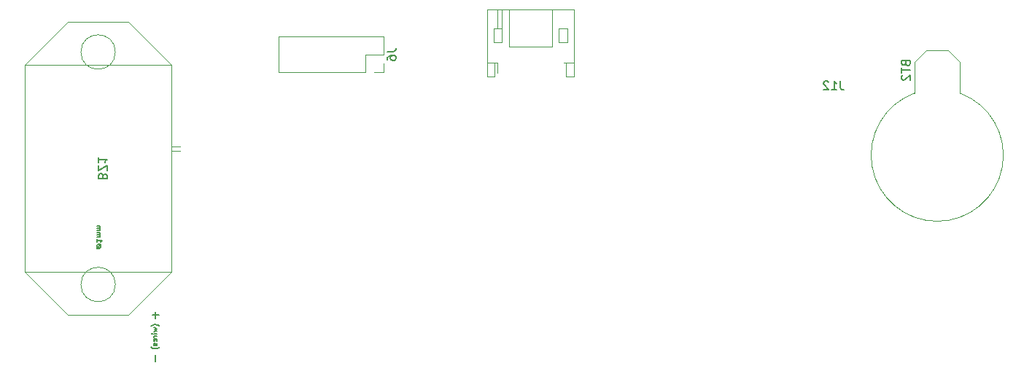
<source format=gbo>
%TF.GenerationSoftware,KiCad,Pcbnew,(6.0.0-rc1-393-g0ad0627bb0)*%
%TF.CreationDate,2021-12-16T01:21:56+00:00*%
%TF.ProjectId,solarpump_disp,736f6c61-7270-4756-9d70-5f646973702e,1.0*%
%TF.SameCoordinates,Original*%
%TF.FileFunction,Legend,Bot*%
%TF.FilePolarity,Positive*%
%FSLAX46Y46*%
G04 Gerber Fmt 4.6, Leading zero omitted, Abs format (unit mm)*
G04 Created by KiCad (PCBNEW (6.0.0-rc1-393-g0ad0627bb0)) date 2021-12-16 01:21:56*
%MOMM*%
%LPD*%
G01*
G04 APERTURE LIST*
%ADD10C,0.150000*%
%ADD11C,0.130000*%
%ADD12C,0.120000*%
G04 APERTURE END LIST*
D10*
%TO.C,BT2*%
X143521571Y-20708285D02*
X143569190Y-20851142D01*
X143616809Y-20898761D01*
X143712047Y-20946380D01*
X143854904Y-20946380D01*
X143950142Y-20898761D01*
X143997761Y-20851142D01*
X144045380Y-20755904D01*
X144045380Y-20374952D01*
X143045380Y-20374952D01*
X143045380Y-20708285D01*
X143093000Y-20803523D01*
X143140619Y-20851142D01*
X143235857Y-20898761D01*
X143331095Y-20898761D01*
X143426333Y-20851142D01*
X143473952Y-20803523D01*
X143521571Y-20708285D01*
X143521571Y-20374952D01*
X143045380Y-21232095D02*
X143045380Y-21803523D01*
X144045380Y-21517809D02*
X143045380Y-21517809D01*
X143140619Y-22089238D02*
X143093000Y-22136857D01*
X143045380Y-22232095D01*
X143045380Y-22470190D01*
X143093000Y-22565428D01*
X143140619Y-22613047D01*
X143235857Y-22660666D01*
X143331095Y-22660666D01*
X143473952Y-22613047D01*
X144045380Y-22041619D01*
X144045380Y-22660666D01*
%TO.C,J12*%
X135947690Y-22779580D02*
X135947690Y-23493866D01*
X135995309Y-23636723D01*
X136090547Y-23731961D01*
X136233405Y-23779580D01*
X136328643Y-23779580D01*
X134947690Y-23779580D02*
X135519119Y-23779580D01*
X135233405Y-23779580D02*
X135233405Y-22779580D01*
X135328643Y-22922438D01*
X135423881Y-23017676D01*
X135519119Y-23065295D01*
X134566738Y-22874819D02*
X134519119Y-22827200D01*
X134423881Y-22779580D01*
X134185786Y-22779580D01*
X134090547Y-22827200D01*
X134042928Y-22874819D01*
X133995309Y-22970057D01*
X133995309Y-23065295D01*
X134042928Y-23208152D01*
X134614357Y-23779580D01*
X133995309Y-23779580D01*
%TO.C,J6*%
X83347380Y-19351666D02*
X84061666Y-19351666D01*
X84204523Y-19304047D01*
X84299761Y-19208809D01*
X84347380Y-19065952D01*
X84347380Y-18970714D01*
X83347380Y-20256428D02*
X83347380Y-20065952D01*
X83395000Y-19970714D01*
X83442619Y-19923095D01*
X83585476Y-19827857D01*
X83775952Y-19780238D01*
X84156904Y-19780238D01*
X84252142Y-19827857D01*
X84299761Y-19875476D01*
X84347380Y-19970714D01*
X84347380Y-20161190D01*
X84299761Y-20256428D01*
X84252142Y-20304047D01*
X84156904Y-20351666D01*
X83918809Y-20351666D01*
X83823571Y-20304047D01*
X83775952Y-20256428D01*
X83728333Y-20161190D01*
X83728333Y-19970714D01*
X83775952Y-19875476D01*
X83823571Y-19827857D01*
X83918809Y-19780238D01*
%TO.C,BZ1*%
X50355428Y-33773952D02*
X50307809Y-33631095D01*
X50260190Y-33583476D01*
X50164952Y-33535857D01*
X50022095Y-33535857D01*
X49926857Y-33583476D01*
X49879238Y-33631095D01*
X49831619Y-33726333D01*
X49831619Y-34107285D01*
X50831619Y-34107285D01*
X50831619Y-33773952D01*
X50784000Y-33678714D01*
X50736380Y-33631095D01*
X50641142Y-33583476D01*
X50545904Y-33583476D01*
X50450666Y-33631095D01*
X50403047Y-33678714D01*
X50355428Y-33773952D01*
X50355428Y-34107285D01*
X50831619Y-33202523D02*
X50831619Y-32535857D01*
X49831619Y-33202523D01*
X49831619Y-32535857D01*
X49831619Y-31631095D02*
X49831619Y-32202523D01*
X49831619Y-31916809D02*
X50831619Y-31916809D01*
X50688761Y-32012047D01*
X50593523Y-32107285D01*
X50545904Y-32202523D01*
D11*
X56862600Y-51233228D02*
X56834028Y-51204657D01*
X56748314Y-51147514D01*
X56691171Y-51118942D01*
X56605457Y-51090371D01*
X56462600Y-51061800D01*
X56348314Y-51061800D01*
X56205457Y-51090371D01*
X56119742Y-51118942D01*
X56062600Y-51147514D01*
X55976885Y-51204657D01*
X55948314Y-51233228D01*
X56234028Y-51404657D02*
X56634028Y-51518942D01*
X56348314Y-51633228D01*
X56634028Y-51747514D01*
X56234028Y-51861800D01*
X56634028Y-52090371D02*
X56234028Y-52090371D01*
X56034028Y-52090371D02*
X56062600Y-52061800D01*
X56091171Y-52090371D01*
X56062600Y-52118942D01*
X56034028Y-52090371D01*
X56091171Y-52090371D01*
X56634028Y-52376085D02*
X56234028Y-52376085D01*
X56348314Y-52376085D02*
X56291171Y-52404657D01*
X56262600Y-52433228D01*
X56234028Y-52490371D01*
X56234028Y-52547514D01*
X56605457Y-52976085D02*
X56634028Y-52918942D01*
X56634028Y-52804657D01*
X56605457Y-52747514D01*
X56548314Y-52718942D01*
X56319742Y-52718942D01*
X56262600Y-52747514D01*
X56234028Y-52804657D01*
X56234028Y-52918942D01*
X56262600Y-52976085D01*
X56319742Y-53004657D01*
X56376885Y-53004657D01*
X56434028Y-52718942D01*
X56605457Y-53233228D02*
X56634028Y-53290371D01*
X56634028Y-53404657D01*
X56605457Y-53461800D01*
X56548314Y-53490371D01*
X56519742Y-53490371D01*
X56462600Y-53461800D01*
X56434028Y-53404657D01*
X56434028Y-53318942D01*
X56405457Y-53261800D01*
X56348314Y-53233228D01*
X56319742Y-53233228D01*
X56262600Y-53261800D01*
X56234028Y-53318942D01*
X56234028Y-53404657D01*
X56262600Y-53461800D01*
X56862600Y-53690371D02*
X56834028Y-53718942D01*
X56748314Y-53776085D01*
X56691171Y-53804657D01*
X56605457Y-53833228D01*
X56462600Y-53861800D01*
X56348314Y-53861800D01*
X56205457Y-53833228D01*
X56119742Y-53804657D01*
X56062600Y-53776085D01*
X55976885Y-53718942D01*
X55948314Y-53690371D01*
D10*
X56434028Y-54580847D02*
X56434028Y-55342752D01*
X56434028Y-49580847D02*
X56434028Y-50342752D01*
X56814980Y-49961800D02*
X56053076Y-49961800D01*
D11*
X50069714Y-42035857D02*
X50069714Y-41921571D01*
X50012571Y-41807285D01*
X49898285Y-41750142D01*
X49784000Y-41750142D01*
X49669714Y-41807285D01*
X49612571Y-41921571D01*
X49612571Y-42035857D01*
X49669714Y-42150142D01*
X49784000Y-42207285D01*
X49898285Y-42207285D01*
X50012571Y-42150142D01*
X50069714Y-42035857D01*
X50069714Y-41750142D02*
X49612571Y-42207285D01*
X49612571Y-41150142D02*
X49612571Y-41493000D01*
X49612571Y-41321571D02*
X50212571Y-41321571D01*
X50126857Y-41378714D01*
X50069714Y-41435857D01*
X50041142Y-41493000D01*
X49612571Y-40893000D02*
X50012571Y-40893000D01*
X49955428Y-40893000D02*
X49984000Y-40864428D01*
X50012571Y-40807285D01*
X50012571Y-40721571D01*
X49984000Y-40664428D01*
X49926857Y-40635857D01*
X49612571Y-40635857D01*
X49926857Y-40635857D02*
X49984000Y-40607285D01*
X50012571Y-40550142D01*
X50012571Y-40464428D01*
X49984000Y-40407285D01*
X49926857Y-40378714D01*
X49612571Y-40378714D01*
X49612571Y-40093000D02*
X50012571Y-40093000D01*
X49955428Y-40093000D02*
X49984000Y-40064428D01*
X50012571Y-40007285D01*
X50012571Y-39921571D01*
X49984000Y-39864428D01*
X49926857Y-39835857D01*
X49612571Y-39835857D01*
X49926857Y-39835857D02*
X49984000Y-39807285D01*
X50012571Y-39750142D01*
X50012571Y-39664428D01*
X49984000Y-39607285D01*
X49926857Y-39578714D01*
X49612571Y-39578714D01*
D12*
%TO.C,BT2*%
X148493000Y-19174000D02*
X145893000Y-19174000D01*
X149843000Y-20524000D02*
X148493000Y-19174000D01*
X149843000Y-24174000D02*
X149843000Y-20524000D01*
X145893000Y-19174000D02*
X144543000Y-20524000D01*
X144543000Y-20524000D02*
X144543000Y-24174000D01*
X144543000Y-24174000D02*
G75*
G03*
X149843000Y-24174000I2650000J-7202488D01*
G01*
%TO.C,J12*%
X96117200Y-20637200D02*
X96117200Y-21852200D01*
X104117200Y-22237200D02*
X104117200Y-20637200D01*
X94917200Y-14417200D02*
X105037200Y-14417200D01*
X104277200Y-16677200D02*
X103277200Y-16677200D01*
X96677200Y-16677200D02*
X96677200Y-14417200D01*
X103277200Y-18277200D02*
X104277200Y-18277200D01*
X104277200Y-18277200D02*
X104277200Y-16677200D01*
X105037200Y-14417200D02*
X105037200Y-22237200D01*
X105037200Y-22237200D02*
X104117200Y-22237200D01*
X95677200Y-16677200D02*
X96677200Y-16677200D01*
X96677200Y-16677200D02*
X96677200Y-18277200D01*
X95837200Y-22237200D02*
X94917200Y-22237200D01*
X96117200Y-20637200D02*
X95837200Y-20637200D01*
X94917200Y-20637200D02*
X95837200Y-20637200D01*
X94917200Y-22237200D02*
X94917200Y-14417200D01*
X104117200Y-20637200D02*
X103837200Y-20637200D01*
X102477200Y-18777200D02*
X102477200Y-14417200D01*
X97477200Y-18777200D02*
X102477200Y-18777200D01*
X105037200Y-20637200D02*
X104117200Y-20637200D01*
X96677200Y-18277200D02*
X95677200Y-18277200D01*
X103277200Y-16677200D02*
X103277200Y-18277200D01*
X95837200Y-20637200D02*
X95837200Y-22237200D01*
X97477200Y-14417200D02*
X97477200Y-18777200D01*
X96177200Y-16677200D02*
X96177200Y-14417200D01*
X95677200Y-18277200D02*
X95677200Y-16677200D01*
%TO.C,J6*%
X82895000Y-17625000D02*
X70775000Y-17625000D01*
X81835000Y-21745000D02*
X82895000Y-21745000D01*
X82895000Y-21745000D02*
X82895000Y-20685000D01*
X70775000Y-21745000D02*
X70775000Y-17625000D01*
X80835000Y-21745000D02*
X70775000Y-21745000D01*
X80835000Y-21745000D02*
X80835000Y-19685000D01*
X80835000Y-19685000D02*
X82895000Y-19685000D01*
X82895000Y-19685000D02*
X82895000Y-17625000D01*
%TO.C,BZ1*%
X53284000Y-15893000D02*
X58284000Y-20893000D01*
X46284000Y-15893000D02*
X41284000Y-20893000D01*
X58284000Y-30893000D02*
X59284000Y-30893000D01*
X46284000Y-49893000D02*
X41284000Y-44893000D01*
X53284000Y-49893000D02*
X46284000Y-49893000D01*
X53284000Y-49893000D02*
X58284000Y-44893000D01*
X53284000Y-15893000D02*
X46284000Y-15893000D01*
X58284000Y-30393000D02*
X59284000Y-30393000D01*
X58284000Y-44893000D02*
X41284000Y-44893000D01*
X41284000Y-44893000D02*
X41284000Y-20893000D01*
X41284000Y-20893000D02*
X58284000Y-20893000D01*
X58284000Y-20893000D02*
X58284000Y-44893000D01*
X51784000Y-19393000D02*
G75*
G03*
X51784000Y-19393000I-2000000J0D01*
G01*
X51784000Y-46393000D02*
G75*
G03*
X51784000Y-46393000I-2000000J0D01*
G01*
%TD*%
M02*

</source>
